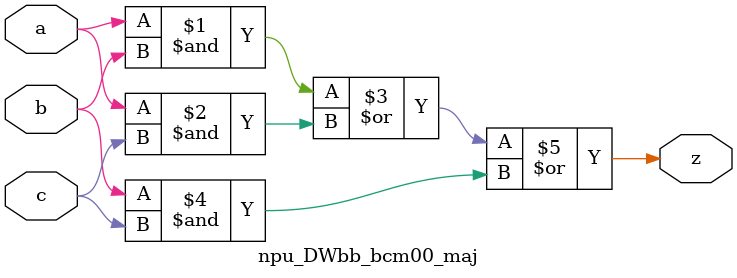
<source format=v>



// verpp-pragma preserve_ifdefs DWC_MAJORITY_VOTE_CELL_SRC
module npu_DWbb_bcm00_maj (
    a,
    b,
    c,
    z
    );

parameter integer WIDTH        = 1;  // RANGE 1 to 8192


input  [WIDTH-1:0]      a;    // 1st voter data input bus
input  [WIDTH-1:0]      b;    // 2nd voter data input bus
input  [WIDTH-1:0]      c;    // 3rd voter data input bus
output [WIDTH-1:0]      z;    // majority voted data output bus

// spyglass disable_block Ac_conv01
// SMD: Synchronized sequential element(s) converge on combinational logic
// SJ: The single-bit signals converging into sequential elements are triplicated from the same signal at the source and run through parallel paths of synchronizers with the identical number of stages.  This synchronized convergence is intentional and directly supplies combinational logic that produces a majority vote result which is immune to non-gray code transitions.
// spyglass disable_block Ac_conv02
// SMD: Synchronizers converge on combinational logic
// SJ: The single-bit signals converging into the combinational logic are triplicated from the same signal at the source and run through parallel paths of synchronizers with the identical number of stages.  This synchronized convergence is intentional as the combinational logic produces a majority vote result which is immune to non-gray code transitions.
`ifdef DWC_MAJORITY_VOTE_CELL_SRC
  `DWC_MAJORITY_VOTE_CELL_SRC
`else
  assign z = (a & b) | (a & c) | (b & c);
`endif
// spyglass enable_block Ac_conv01
// spyglass enable_block Ac_conv02

// verpp-pragma process_ifdefs DWC_MAJORITY_VOTE_CELL_SRC
endmodule
// reuse-pragma process_ifdef all_branches
// reuse-pragma endSub BCM_FILE_REMOVAL

</source>
